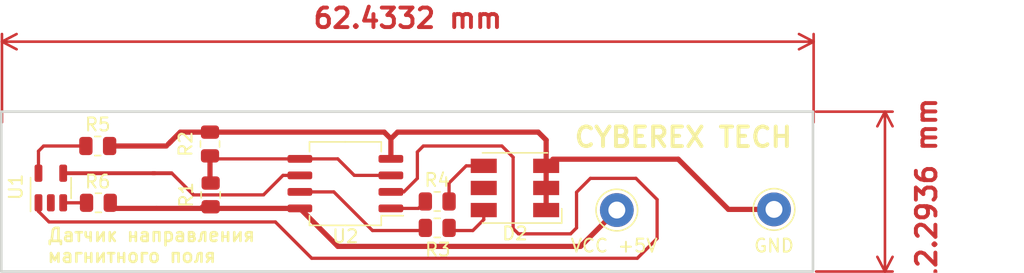
<source format=kicad_pcb>
(kicad_pcb (version 20221018) (generator pcbnew)
  (layers (0 "F.Cu" signal) (31 "B.Cu" signal) (34 "B.Paste" user) (35 "F.Paste" user) (36 "B.SilkS" user "B.Silkscreen") (37 "F.SilkS" user "F.Silkscreen") (38 "B.Mask" user) (39 "F.Mask" user) (44 "Edge.Cuts" user))
  (net 0 "")
  (net 1 "GND")
  (net 2 "VCC")
  (net 3 "Net-(U2A-+)")
  (net 4 "Net-(R3-Pad1)")
  (net 5 "Net-(R4-Pad1)")
  (net 6 "Net-(U1-GND)")
  (net 7 "Net-(U1-VCC)")
  (net 8 "Net-(U1-OUT2)")
  (net 10 "Net-(U1-OUT1)")
  (net 11 "Net-(D2-RA)")
  (net 12 "Net-(D2-BA)")
  (footprint "Resistor_SMD:R_0805_2012Metric" (layer "F.Cu") (at 151.4367 76.454)
    (fp_text reference "R4" (at 0 -1.65) (layer "F.SilkS"))
    (fp_text value "460")
    (fp_line (start -0.227064 -0.735) (end 0.227064 -0.735) (stroke (width 0.12)) (layer "F.SilkS"))
    (fp_line (start -0.227064 0.735) (end 0.227064 0.735) (stroke (width 0.12)) (layer "F.SilkS"))
    (pad "1" smd roundrect (at -0.9125 0) (size 1.025 1.4) (layers "F.Cu" "F.Paste" "F.Mask") (roundrect_rratio 0.243902) (net 5 "Net-(R4-Pad1)"))
    (pad "2" smd roundrect (at 0.9125 0) (size 1.025 1.4) (layers "F.Cu" "F.Paste" "F.Mask") (roundrect_rratio 0.243902) (net 12 "Net-(D2-BA)"))
  )
  (footprint "Connector_Pin:Pin_D1.3mm_L11.0mm" (layer "F.Cu") (at 165.2524 77.1144)
    (fp_text reference "VCC +5V" (at -0.2032 2.7432) (layer "F.SilkS"))
    (fp_text value "B +")
    (fp_circle (center 0 0) (end 1.6 0.05) (stroke (width 0.12)) (fill none) (layer "F.SilkS"))
    (pad "1" thru_hole circle (at 0 0) (size 2.6 2.6) (drill 1.3) (layers "*.Cu" "*.Mask") (net 2 "VCC"))
  )
  (footprint "Connector_Pin:Pin_D1.3mm_L11.0mm" (layer "F.Cu") (at 177.3428 77.0636)
    (fp_text reference "GND" (at 0 2.794) (layer "F.SilkS"))
    (fp_text value "B -")
    (fp_circle (center 0 0) (end 1.6 0.05) (stroke (width 0.12)) (fill none) (layer "F.SilkS"))
    (pad "1" thru_hole circle (at 0 0) (size 2.6 2.6) (drill 1.3) (layers "*.Cu" "*.Mask") (net 1 "GND"))
  )
  (footprint "Resistor_SMD:R_0805_2012Metric" (layer "F.Cu") (at 151.4367 78.486)
    (fp_text reference "R3" (at 0.0489 1.6764) (layer "F.SilkS"))
    (fp_text value "460")
    (fp_line (start -0.227064 -0.735) (end 0.227064 -0.735) (stroke (width 0.12)) (layer "F.SilkS"))
    (fp_line (start -0.227064 0.735) (end 0.227064 0.735) (stroke (width 0.12)) (layer "F.SilkS"))
    (pad "1" smd roundrect (at -0.9125 0) (size 1.025 1.4) (layers "F.Cu" "F.Paste" "F.Mask") (roundrect_rratio 0.243902) (net 4 "Net-(R3-Pad1)"))
    (pad "2" smd roundrect (at 0.9125 0) (size 1.025 1.4) (layers "F.Cu" "F.Paste" "F.Mask") (roundrect_rratio 0.243902) (net 11 "Net-(D2-RA)"))
  )
  (footprint "Resistor_SMD:R_0805_2012Metric" (layer "F.Cu") (at 125.3763 76.5556 180)
    (fp_text reference "R6" (at 0.0527 1.6256) (layer "F.SilkS"))
    (fp_text value "100")
    (fp_line (start -0.227064 -0.735) (end 0.227064 -0.735) (stroke (width 0.12)) (layer "F.SilkS"))
    (fp_line (start -0.227064 0.735) (end 0.227064 0.735) (stroke (width 0.12)) (layer "F.SilkS"))
    (pad "1" smd roundrect (at -0.9125 0 180) (size 1.025 1.4) (layers "F.Cu" "F.Paste" "F.Mask") (roundrect_rratio 0.243902) (net 2 "VCC"))
    (pad "2" smd roundrect (at 0.9125 0 180) (size 1.025 1.4) (layers "F.Cu" "F.Paste" "F.Mask") (roundrect_rratio 0.243902) (net 7 "Net-(U1-VCC)"))
  )
  (footprint "Package_SO:SO-8_5.3x6.2mm_P1.27mm" (layer "F.Cu") (at 144.3736 75.0824 180)
    (fp_text reference "U2" (at 0 -4.05) (layer "F.SilkS"))
    (fp_text value "LM358")
    (fp_line (start -2.76 -3.21) (end -2.76 -2.465) (stroke (width 0.12)) (layer "F.SilkS"))
    (fp_line (start -2.76 -2.465) (end -4.45 -2.465) (stroke (width 0.12)) (layer "F.SilkS"))
    (fp_line (start -2.76 3.21) (end -2.76 2.465) (stroke (width 0.12)) (layer "F.SilkS"))
    (fp_line (start 0 -3.21) (end -2.76 -3.21) (stroke (width 0.12)) (layer "F.SilkS"))
    (fp_line (start 0 -3.21) (end 2.76 -3.21) (stroke (width 0.12)) (layer "F.SilkS"))
    (fp_line (start 0 3.21) (end -2.76 3.21) (stroke (width 0.12)) (layer "F.SilkS"))
    (fp_line (start 0 3.21) (end 2.76 3.21) (stroke (width 0.12)) (layer "F.SilkS"))
    (fp_line (start 2.76 -3.21) (end 2.76 -2.465) (stroke (width 0.12)) (layer "F.SilkS"))
    (fp_line (start 2.76 3.21) (end 2.76 2.465) (stroke (width 0.12)) (layer "F.SilkS"))
    (pad "1" smd roundrect (at -3.5 -1.905 180) (size 1.9 0.6) (layers "F.Cu" "F.Paste" "F.Mask") (net 5 "Net-(R4-Pad1)"))
    (pad "2" smd roundrect (at -3.5 -0.635 180) (size 1.9 0.6) (layers "F.Cu" "F.Paste" "F.Mask") (net 8 "Net-(U1-OUT2)"))
    (pad "3" smd roundrect (at -3.5 0.635 180) (size 1.9 0.6) (layers "F.Cu" "F.Paste" "F.Mask") (net 3 "Net-(U2A-+)"))
    (pad "4" smd roundrect (at -3.5 1.905 180) (size 1.9 0.6) (layers "F.Cu" "F.Paste" "F.Mask") (net 1 "GND"))
    (pad "5" smd roundrect (at 3.5 1.905 180) (size 1.9 0.6) (layers "F.Cu" "F.Paste" "F.Mask") (net 3 "Net-(U2A-+)"))
    (pad "6" smd roundrect (at 3.5 0.635 180) (size 1.9 0.6) (layers "F.Cu" "F.Paste" "F.Mask") (net 10 "Net-(U1-OUT1)"))
    (pad "7" smd roundrect (at 3.5 -0.635 180) (size 1.9 0.6) (layers "F.Cu" "F.Paste" "F.Mask") (net 4 "Net-(R3-Pad1)"))
    (pad "8" smd roundrect (at 3.5 -1.905 180) (size 1.9 0.6) (layers "F.Cu" "F.Paste" "F.Mask") (net 2 "VCC"))
  )
  (footprint "LED_SMD:LED_RGB_5050-6" (layer "F.Cu") (at 157.4168 75.4144 180)
    (fp_text reference "D2" (at 0 -3.5) (layer "F.SilkS"))
    (fp_text value "LED_RGB")
    (fp_line (start -3.6 -2.7) (end 2.5 -2.7) (stroke (width 0.12)) (layer "F.SilkS"))
    (fp_line (start -3.6 -1.6) (end -3.6 -2.7) (stroke (width 0.12)) (layer "F.SilkS"))
    (fp_line (start 2.5 2.7) (end -2.5 2.7) (stroke (width 0.12)) (layer "F.SilkS"))
    (pad "1" smd rect (at -2.4 -1.7 270) (size 1.1 2) (layers "F.Cu" "F.Paste" "F.Mask") (net 1 "GND"))
    (pad "2" smd rect (at -2.4 0 270) (size 1.1 2) (layers "F.Cu" "F.Paste" "F.Mask") (net 1 "GND"))
    (pad "3" smd rect (at -2.4 1.7 270) (size 1.1 2) (layers "F.Cu" "F.Paste" "F.Mask") (net 1 "GND"))
    (pad "4" smd rect (at 2.4 1.7 270) (size 1.1 2) (layers "F.Cu" "F.Paste" "F.Mask") (net 12 "Net-(D2-BA)"))
    (pad "5" smd rect (at 2.4 0 270) (size 1.1 2) (layers "F.Cu" "F.Paste" "F.Mask"))
    (pad "6" smd rect (at 2.4 -1.7 270) (size 1.1 2) (layers "F.Cu" "F.Paste" "F.Mask") (net 11 "Net-(D2-RA)"))
  )
  (footprint "Resistor_SMD:R_0805_2012Metric" (layer "F.Cu") (at 134.0104 75.9479 90)
    (fp_text reference "R1" (at 0.0019 -1.8796 90) (layer "F.SilkS"))
    (fp_text value "4.7k")
    (fp_line (start -0.227064 -0.735) (end 0.227064 -0.735) (stroke (width 0.12)) (layer "F.SilkS"))
    (fp_line (start -0.227064 0.735) (end 0.227064 0.735) (stroke (width 0.12)) (layer "F.SilkS"))
    (pad "1" smd roundrect (at -0.9125 0 90) (size 1.025 1.4) (layers "F.Cu" "F.Paste" "F.Mask") (roundrect_rratio 0.243902) (net 2 "VCC"))
    (pad "2" smd roundrect (at 0.9125 0 90) (size 1.025 1.4) (layers "F.Cu" "F.Paste" "F.Mask") (roundrect_rratio 0.243902) (net 3 "Net-(U2A-+)"))
  )
  (footprint "Package_TO_SOT_SMD:SOT-23-5" (layer "F.Cu") (at 121.7168 75.4181 90)
    (fp_text reference "U1" (at 0.0817 -2.6924 90) (layer "F.SilkS"))
    (fp_text value "HW101A")
    (fp_line (start 0 -1.56) (end -1.8 -1.56) (stroke (width 0.12)) (layer "F.SilkS"))
    (fp_line (start 0 -1.56) (end 0.8 -1.56) (stroke (width 0.12)) (layer "F.SilkS"))
    (fp_line (start 0 1.56) (end -0.8 1.56) (stroke (width 0.12)) (layer "F.SilkS"))
    (fp_line (start 0 1.56) (end 0.8 1.56) (stroke (width 0.12)) (layer "F.SilkS"))
    (pad "1" smd roundrect (at -1.1375 -0.95 90) (size 1.325 0.6) (layers "F.Cu" "F.Paste" "F.Mask") (net 8 "Net-(U1-OUT2)"))
    (pad "2" smd roundrect (at -1.1375 0 90) (size 1.325 0.6) (layers "F.Cu" "F.Paste" "F.Mask"))
    (pad "3" smd roundrect (at -1.1375 0.95 90) (size 1.325 0.6) (layers "F.Cu" "F.Paste" "F.Mask") (net 7 "Net-(U1-VCC)"))
    (pad "4" smd roundrect (at 1.1375 0.95 90) (size 1.325 0.6) (layers "F.Cu" "F.Paste" "F.Mask") (net 10 "Net-(U1-OUT1)"))
    (pad "5" smd roundrect (at 1.1375 -0.95 90) (size 1.325 0.6) (layers "F.Cu" "F.Paste" "F.Mask") (net 6 "Net-(U1-GND)"))
  )
  (footprint "Resistor_SMD:R_0805_2012Metric" (layer "F.Cu") (at 125.3255 72.1868)
    (fp_text reference "R5" (at 0 -1.65) (layer "F.SilkS"))
    (fp_text value "100")
    (fp_line (start -0.227064 -0.735) (end 0.227064 -0.735) (stroke (width 0.12)) (layer "F.SilkS"))
    (fp_line (start -0.227064 0.735) (end 0.227064 0.735) (stroke (width 0.12)) (layer "F.SilkS"))
    (pad "1" smd roundrect (at -0.9125 0) (size 1.025 1.4) (layers "F.Cu" "F.Paste" "F.Mask") (roundrect_rratio 0.243902) (net 6 "Net-(U1-GND)"))
    (pad "2" smd roundrect (at 0.9125 0) (size 1.025 1.4) (layers "F.Cu" "F.Paste" "F.Mask") (roundrect_rratio 0.243902) (net 1 "GND"))
  )
  (footprint "Resistor_SMD:R_0805_2012Metric" (layer "F.Cu") (at 133.9596 72.0325 90)
    (fp_text reference "R2" (at 0 -1.8796 90) (layer "F.SilkS"))
    (fp_text value "4.7k")
    (fp_line (start -0.227064 -0.735) (end 0.227064 -0.735) (stroke (width 0.12)) (layer "F.SilkS"))
    (fp_line (start -0.227064 0.735) (end 0.227064 0.735) (stroke (width 0.12)) (layer "F.SilkS"))
    (pad "1" smd roundrect (at -0.9125 0 90) (size 1.025 1.4) (layers "F.Cu" "F.Paste" "F.Mask") (roundrect_rratio 0.243902) (net 3 "Net-(U2A-+)"))
    (pad "2" smd roundrect (at 0.9125 0 90) (size 1.025 1.4) (layers "F.Cu" "F.Paste" "F.Mask") (roundrect_rratio 0.243902) (net 1 "GND"))
  )
  (gr_rect (start 117.9068 69.5452) (end 180.34 81.8388) (stroke (width 0.2)) (fill none) (layer "Edge.Cuts"))
  (gr_text "Датчик направления\nмагнитного поля" (at 121.3612 81.2292) (layer "F.SilkS") (effects (font (size 1 1) (thickness 0.2) bold) (justify left bottom)))
  (gr_text "CYBEREX TECH" (at 161.8488 72.39) (layer "F.SilkS") (effects (font (size 1.5 1.5) (thickness 0.3) bold) (justify left bottom)))
  (dimension (type aligned) (layer "F.Cu") (pts (xy 117.9576 70.866) (xy 180.3908 70.866)) (height -6.7056) (gr_text "62.4332 mm" (at 149.1742 62.3604) (layer "F.Cu") (effects (font (size 1.5 1.5) (thickness 0.3)))) (format (prefix "") (suffix "") (units 3) (units_format 1) (precision 4)) (style (thickness 0.2) (arrow_length 1.27) (text_position_mode 0) (extension_height 0.58642) (extension_offset 0.5) keep_text_aligned))
  (dimension (type aligned) (layer "F.Cu") (pts (xy 180.086 69.5452) (xy 180.086 81.8388)) (height -5.7912) (gr_text "12.2936 mm" (at 189.0776 75.7428 90) (layer "F.Cu") (effects (font (size 1.5 1.5) (thickness 0.3)))) (format (prefix "") (suffix "") (units 3) (units_format 1) (precision 4)) (style (thickness 0.2) (arrow_length 1.27) (text_position_mode 2) (extension_height 0.58642) (extension_offset 0.5) keep_text_aligned))
  (segment (start 148.3868 71.12) (end 147.8736 71.6332) (width 0.4) (layer "F.Cu") (net 1))
  (segment (start 169.9768 73.2028) (end 160.3284 73.2028) (width 0.4) (layer "F.Cu") (net 1))
  (segment (start 126.238 72.1868) (end 130.6068 72.1868) (width 0.4) (layer "F.Cu") (net 1))
  (segment (start 159.8168 71.7296) (end 159.2072 71.12) (width 0.4) (layer "F.Cu") (net 1))
  (segment (start 130.6068 72.1868) (end 130.9116 71.882) (width 0.25) (layer "F.Cu") (net 1))
  (segment (start 159.2072 71.12) (end 148.3868 71.12) (width 0.4) (layer "F.Cu") (net 1))
  (segment (start 147.8736 71.6332) (end 147.8736 73.1774) (width 0.4) (layer "F.Cu") (net 1))
  (segment (start 159.8168 73.7144) (end 159.8168 72.644) (width 0.4) (layer "F.Cu") (net 1))
  (segment (start 130.9116 71.882) (end 131.6736 71.12) (width 0.4) (layer "F.Cu") (net 1))
  (segment (start 173.8376 77.0636) (end 169.9768 73.2028) (width 0.4) (layer "F.Cu") (net 1))
  (segment (start 159.8168 77.1144) (end 159.8168 73.7144) (width 0.4) (layer "F.Cu") (net 1))
  (segment (start 177.3428 77.0636) (end 173.8376 77.0636) (width 0.4) (layer "F.Cu") (net 1))
  (segment (start 131.6736 71.12) (end 133.9596 71.12) (width 0.4) (layer "F.Cu") (net 1))
  (segment (start 160.3284 73.2028) (end 159.8168 73.7144) (width 0.25) (layer "F.Cu") (net 1))
  (segment (start 159.8168 72.644) (end 159.8168 71.7296) (width 0.4) (layer "F.Cu") (net 1))
  (segment (start 130.7592 72.0344) (end 130.9116 71.882) (width 0.4) (layer "F.Cu") (net 1))
  (segment (start 133.9596 71.12) (end 147.3604 71.12) (width 0.4) (layer "F.Cu") (net 1))
  (segment (start 147.3604 71.12) (end 147.8736 71.6332) (width 0.4) (layer "F.Cu") (net 1))
  (segment (start 126.7206 76.9874) (end 129.8194 76.9874) (width 0.4) (layer "F.Cu") (net 2))
  (segment (start 133.2738 76.9874) (end 133.7056 76.5556) (width 0.4) (layer "F.Cu") (net 2))
  (segment (start 129.8702 76.9874) (end 133.2738 76.9874) (width 0.4) (layer "F.Cu") (net 2))
  (segment (start 140.8736 76.9874) (end 134.1374 76.9874) (width 0.4) (layer "F.Cu") (net 2))
  (segment (start 162.4584 79.9084) (end 165.2524 77.1144) (width 0.4) (layer "F.Cu") (net 2))
  (segment (start 143.7946 79.9084) (end 162.4584 79.9084) (width 0.4) (layer "F.Cu") (net 2))
  (segment (start 126.2888 76.5556) (end 126.7206 76.9874) (width 0.4) (layer "F.Cu") (net 2))
  (segment (start 140.8736 76.9874) (end 143.7946 79.9084) (width 0.4) (layer "F.Cu") (net 2))
  (segment (start 133.7056 76.5556) (end 134.0104 76.8604) (width 0.25) (layer "F.Cu") (net 2))
  (segment (start 134.1374 76.9874) (end 134.0104 76.8604) (width 0.25) (layer "F.Cu") (net 2))
  (segment (start 134.192 73.1774) (end 140.8736 73.1774) (width 0.25) (layer "F.Cu") (net 3))
  (segment (start 147.8736 74.4474) (end 145.0594 74.4474) (width 0.25) (layer "F.Cu") (net 3))
  (segment (start 143.7894 73.1774) (end 140.8736 73.1774) (width 0.25) (layer "F.Cu") (net 3))
  (segment (start 133.9596 72.945) (end 134.192 73.1774) (width 0.25) (layer "F.Cu") (net 3))
  (segment (start 133.9596 72.945) (end 133.9596 74.9846) (width 0.4) (layer "F.Cu") (net 3))
  (segment (start 134.0104 74.93) (end 134.112 74.8284) (width 0.25) (layer "F.Cu") (net 3))
  (segment (start 145.0594 74.4474) (end 143.7894 73.1774) (width 0.25) (layer "F.Cu") (net 3))
  (segment (start 134.0104 74.93) (end 134.0104 75.0354) (width 0.25) (layer "F.Cu") (net 3))
  (segment (start 133.9596 74.9846) (end 134.0104 75.0354) (width 0.25) (layer "F.Cu") (net 3))
  (segment (start 150.5242 78.6892) (end 146.4564 78.6892) (width 0.25) (layer "F.Cu") (net 4))
  (segment (start 146.4564 78.6892) (end 143.4846 75.7174) (width 0.25) (layer "F.Cu") (net 4))
  (segment (start 143.4846 75.7174) (end 140.8736 75.7174) (width 0.25) (layer "F.Cu") (net 4))
  (segment (start 149.9908 76.9874) (end 150.5242 76.454) (width 0.25) (layer "F.Cu") (net 5))
  (segment (start 147.8736 76.9874) (end 149.9908 76.9874) (width 0.25) (layer "F.Cu") (net 5))
  (segment (start 120.7668 72.5818) (end 121.1618 72.1868) (width 0.25) (layer "F.Cu") (net 6))
  (segment (start 121.1618 72.1868) (end 124.413 72.1868) (width 0.25) (layer "F.Cu") (net 6))
  (segment (start 120.7668 74.2806) (end 120.7668 72.5818) (width 0.25) (layer "F.Cu") (net 6))
  (segment (start 122.6668 76.5556) (end 124.4638 76.5556) (width 0.25) (layer "F.Cu") (net 7))
  (segment (start 162.1536 75.7428) (end 162.1536 78.486) (width 0.25) (layer "F.Cu") (net 8))
  (segment (start 166.7256 74.676) (end 163.2204 74.676) (width 0.25) (layer "F.Cu") (net 8))
  (segment (start 138.9888 78.0288) (end 141.7828 80.8228) (width 0.25) (layer "F.Cu") (net 8))
  (segment (start 149.9108 72.644) (end 149.9108 74.676) (width 0.25) (layer "F.Cu") (net 8))
  (segment (start 121.577501 78.0288) (end 138.9888 78.0288) (width 0.25) (layer "F.Cu") (net 8))
  (segment (start 120.7668 77.218099) (end 121.577501 78.0288) (width 0.25) (layer "F.Cu") (net 8))
  (segment (start 120.7668 76.5556) (end 120.7668 77.218099) (width 0.25) (layer "F.Cu") (net 8))
  (segment (start 163.2204 74.676) (end 162.1536 75.7428) (width 0.25) (layer "F.Cu") (net 8))
  (segment (start 157.2768 73.0504) (end 156.4132 72.1868) (width 0.25) (layer "F.Cu") (net 8))
  (segment (start 149.9108 74.676) (end 148.8694 75.7174) (width 0.25) (layer "F.Cu") (net 8))
  (segment (start 157.2768 78.5368) (end 157.2768 73.0504) (width 0.25) (layer "F.Cu") (net 8))
  (segment (start 150.368 72.1868) (end 149.9108 72.644) (width 0.25) (layer "F.Cu") (net 8))
  (segment (start 157.6832 78.9432) (end 157.2768 78.5368) (width 0.25) (layer "F.Cu") (net 8))
  (segment (start 148.8694 75.7174) (end 147.8736 75.7174) (width 0.25) (layer "F.Cu") (net 8))
  (segment (start 161.6964 78.9432) (end 157.6832 78.9432) (width 0.25) (layer "F.Cu") (net 8))
  (segment (start 168.3512 79.2988) (end 168.3512 76.3016) (width 0.25) (layer "F.Cu") (net 8))
  (segment (start 156.4132 72.1868) (end 150.368 72.1868) (width 0.25) (layer "F.Cu") (net 8))
  (segment (start 141.7828 80.8228) (end 166.8272 80.8228) (width 0.25) (layer "F.Cu") (net 8))
  (segment (start 162.1536 78.486) (end 161.6964 78.9432) (width 0.25) (layer "F.Cu") (net 8))
  (segment (start 168.3512 76.3016) (end 166.7256 74.676) (width 0.25) (layer "F.Cu") (net 8))
  (segment (start 166.8272 80.8228) (end 168.3512 79.2988) (width 0.25) (layer "F.Cu") (net 8))
  (segment (start 131.0022 74.2806) (end 131.0132 74.2696) (width 0.25) (layer "F.Cu") (net 10))
  (segment (start 132.6896 75.946) (end 138.0744 75.946) (width 0.25) (layer "F.Cu") (net 10))
  (segment (start 131.0132 74.2696) (end 132.6896 75.946) (width 0.25) (layer "F.Cu") (net 10))
  (segment (start 138.0744 75.946) (end 139.573 74.4474) (width 0.25) (layer "F.Cu") (net 10))
  (segment (start 129.54 74.2806) (end 131.0022 74.2806) (width 0.3) (layer "F.Cu") (net 10))
  (segment (start 122.6668 74.2806) (end 129.7322 74.2806) (width 0.3) (layer "F.Cu") (net 10))
  (segment (start 139.573 74.4474) (end 140.8736 74.4474) (width 0.25) (layer "F.Cu") (net 10))
  (segment (start 152.3492 78.6892) (end 154.178 78.6892) (width 0.25) (layer "F.Cu") (net 11))
  (segment (start 154.178 78.6892) (end 155.0168 77.8504) (width 0.25) (layer "F.Cu") (net 11))
  (segment (start 155.0168 77.8504) (end 155.0168 77.1144) (width 0.25) (layer "F.Cu") (net 11))
  (segment (start 152.3492 76.454) (end 152.3492 75.0316) (width 0.25) (layer "F.Cu") (net 12))
  (segment (start 153.6664 73.7144) (end 155.0168 73.7144) (width 0.25) (layer "F.Cu") (net 12))
  (segment (start 152.3492 75.0316) (end 153.6664 73.7144) (width 0.25) (layer "F.Cu") (net 12))
)
</source>
